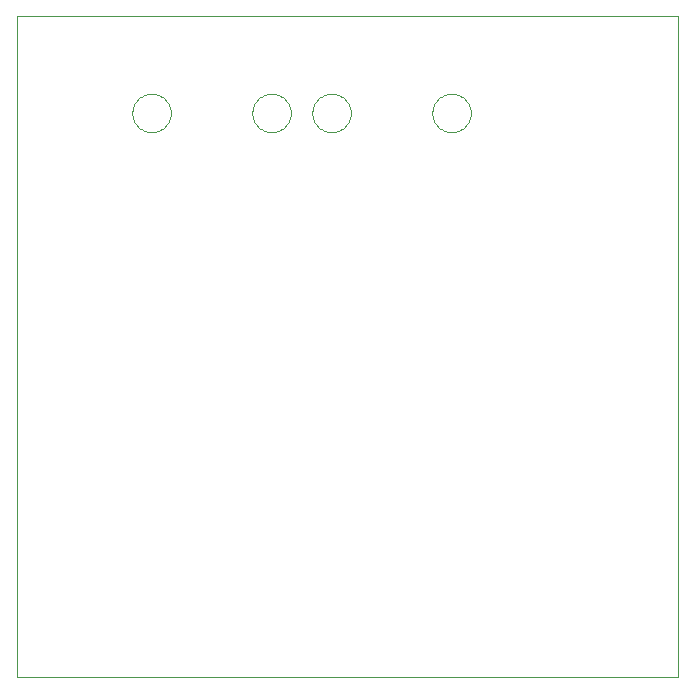
<source format=gbr>
G75*
G70*
%OFA0B0*%
%FSLAX24Y24*%
%IPPOS*%
%LPD*%
%AMOC8*
5,1,8,0,0,1.08239X$1,22.5*
%
%ADD10C,0.0000*%
D10*
X000150Y022272D02*
X000150Y000225D01*
X022197Y000225D01*
X022197Y022272D01*
X000150Y022272D01*
X008010Y019040D02*
X008012Y019090D01*
X008018Y019140D01*
X008028Y019189D01*
X008041Y019238D01*
X008059Y019285D01*
X008080Y019331D01*
X008104Y019374D01*
X008132Y019416D01*
X008163Y019456D01*
X008197Y019493D01*
X008234Y019527D01*
X008274Y019558D01*
X008316Y019586D01*
X008359Y019610D01*
X008405Y019631D01*
X008452Y019649D01*
X008501Y019662D01*
X008550Y019672D01*
X008600Y019678D01*
X008650Y019680D01*
X008700Y019678D01*
X008750Y019672D01*
X008799Y019662D01*
X008848Y019649D01*
X008895Y019631D01*
X008941Y019610D01*
X008984Y019586D01*
X009026Y019558D01*
X009066Y019527D01*
X009103Y019493D01*
X009137Y019456D01*
X009168Y019416D01*
X009196Y019374D01*
X009220Y019331D01*
X009241Y019285D01*
X009259Y019238D01*
X009272Y019189D01*
X009282Y019140D01*
X009288Y019090D01*
X009290Y019040D01*
X009288Y018990D01*
X009282Y018940D01*
X009272Y018891D01*
X009259Y018842D01*
X009241Y018795D01*
X009220Y018749D01*
X009196Y018706D01*
X009168Y018664D01*
X009137Y018624D01*
X009103Y018587D01*
X009066Y018553D01*
X009026Y018522D01*
X008984Y018494D01*
X008941Y018470D01*
X008895Y018449D01*
X008848Y018431D01*
X008799Y018418D01*
X008750Y018408D01*
X008700Y018402D01*
X008650Y018400D01*
X008600Y018402D01*
X008550Y018408D01*
X008501Y018418D01*
X008452Y018431D01*
X008405Y018449D01*
X008359Y018470D01*
X008316Y018494D01*
X008274Y018522D01*
X008234Y018553D01*
X008197Y018587D01*
X008163Y018624D01*
X008132Y018664D01*
X008104Y018706D01*
X008080Y018749D01*
X008059Y018795D01*
X008041Y018842D01*
X008028Y018891D01*
X008018Y018940D01*
X008012Y018990D01*
X008010Y019040D01*
X004010Y019040D02*
X004012Y019090D01*
X004018Y019140D01*
X004028Y019189D01*
X004041Y019238D01*
X004059Y019285D01*
X004080Y019331D01*
X004104Y019374D01*
X004132Y019416D01*
X004163Y019456D01*
X004197Y019493D01*
X004234Y019527D01*
X004274Y019558D01*
X004316Y019586D01*
X004359Y019610D01*
X004405Y019631D01*
X004452Y019649D01*
X004501Y019662D01*
X004550Y019672D01*
X004600Y019678D01*
X004650Y019680D01*
X004700Y019678D01*
X004750Y019672D01*
X004799Y019662D01*
X004848Y019649D01*
X004895Y019631D01*
X004941Y019610D01*
X004984Y019586D01*
X005026Y019558D01*
X005066Y019527D01*
X005103Y019493D01*
X005137Y019456D01*
X005168Y019416D01*
X005196Y019374D01*
X005220Y019331D01*
X005241Y019285D01*
X005259Y019238D01*
X005272Y019189D01*
X005282Y019140D01*
X005288Y019090D01*
X005290Y019040D01*
X005288Y018990D01*
X005282Y018940D01*
X005272Y018891D01*
X005259Y018842D01*
X005241Y018795D01*
X005220Y018749D01*
X005196Y018706D01*
X005168Y018664D01*
X005137Y018624D01*
X005103Y018587D01*
X005066Y018553D01*
X005026Y018522D01*
X004984Y018494D01*
X004941Y018470D01*
X004895Y018449D01*
X004848Y018431D01*
X004799Y018418D01*
X004750Y018408D01*
X004700Y018402D01*
X004650Y018400D01*
X004600Y018402D01*
X004550Y018408D01*
X004501Y018418D01*
X004452Y018431D01*
X004405Y018449D01*
X004359Y018470D01*
X004316Y018494D01*
X004274Y018522D01*
X004234Y018553D01*
X004197Y018587D01*
X004163Y018624D01*
X004132Y018664D01*
X004104Y018706D01*
X004080Y018749D01*
X004059Y018795D01*
X004041Y018842D01*
X004028Y018891D01*
X004018Y018940D01*
X004012Y018990D01*
X004010Y019040D01*
X014010Y019040D02*
X014012Y019090D01*
X014018Y019140D01*
X014028Y019189D01*
X014041Y019238D01*
X014059Y019285D01*
X014080Y019331D01*
X014104Y019374D01*
X014132Y019416D01*
X014163Y019456D01*
X014197Y019493D01*
X014234Y019527D01*
X014274Y019558D01*
X014316Y019586D01*
X014359Y019610D01*
X014405Y019631D01*
X014452Y019649D01*
X014501Y019662D01*
X014550Y019672D01*
X014600Y019678D01*
X014650Y019680D01*
X014700Y019678D01*
X014750Y019672D01*
X014799Y019662D01*
X014848Y019649D01*
X014895Y019631D01*
X014941Y019610D01*
X014984Y019586D01*
X015026Y019558D01*
X015066Y019527D01*
X015103Y019493D01*
X015137Y019456D01*
X015168Y019416D01*
X015196Y019374D01*
X015220Y019331D01*
X015241Y019285D01*
X015259Y019238D01*
X015272Y019189D01*
X015282Y019140D01*
X015288Y019090D01*
X015290Y019040D01*
X015288Y018990D01*
X015282Y018940D01*
X015272Y018891D01*
X015259Y018842D01*
X015241Y018795D01*
X015220Y018749D01*
X015196Y018706D01*
X015168Y018664D01*
X015137Y018624D01*
X015103Y018587D01*
X015066Y018553D01*
X015026Y018522D01*
X014984Y018494D01*
X014941Y018470D01*
X014895Y018449D01*
X014848Y018431D01*
X014799Y018418D01*
X014750Y018408D01*
X014700Y018402D01*
X014650Y018400D01*
X014600Y018402D01*
X014550Y018408D01*
X014501Y018418D01*
X014452Y018431D01*
X014405Y018449D01*
X014359Y018470D01*
X014316Y018494D01*
X014274Y018522D01*
X014234Y018553D01*
X014197Y018587D01*
X014163Y018624D01*
X014132Y018664D01*
X014104Y018706D01*
X014080Y018749D01*
X014059Y018795D01*
X014041Y018842D01*
X014028Y018891D01*
X014018Y018940D01*
X014012Y018990D01*
X014010Y019040D01*
X010010Y019040D02*
X010012Y019090D01*
X010018Y019140D01*
X010028Y019189D01*
X010041Y019238D01*
X010059Y019285D01*
X010080Y019331D01*
X010104Y019374D01*
X010132Y019416D01*
X010163Y019456D01*
X010197Y019493D01*
X010234Y019527D01*
X010274Y019558D01*
X010316Y019586D01*
X010359Y019610D01*
X010405Y019631D01*
X010452Y019649D01*
X010501Y019662D01*
X010550Y019672D01*
X010600Y019678D01*
X010650Y019680D01*
X010700Y019678D01*
X010750Y019672D01*
X010799Y019662D01*
X010848Y019649D01*
X010895Y019631D01*
X010941Y019610D01*
X010984Y019586D01*
X011026Y019558D01*
X011066Y019527D01*
X011103Y019493D01*
X011137Y019456D01*
X011168Y019416D01*
X011196Y019374D01*
X011220Y019331D01*
X011241Y019285D01*
X011259Y019238D01*
X011272Y019189D01*
X011282Y019140D01*
X011288Y019090D01*
X011290Y019040D01*
X011288Y018990D01*
X011282Y018940D01*
X011272Y018891D01*
X011259Y018842D01*
X011241Y018795D01*
X011220Y018749D01*
X011196Y018706D01*
X011168Y018664D01*
X011137Y018624D01*
X011103Y018587D01*
X011066Y018553D01*
X011026Y018522D01*
X010984Y018494D01*
X010941Y018470D01*
X010895Y018449D01*
X010848Y018431D01*
X010799Y018418D01*
X010750Y018408D01*
X010700Y018402D01*
X010650Y018400D01*
X010600Y018402D01*
X010550Y018408D01*
X010501Y018418D01*
X010452Y018431D01*
X010405Y018449D01*
X010359Y018470D01*
X010316Y018494D01*
X010274Y018522D01*
X010234Y018553D01*
X010197Y018587D01*
X010163Y018624D01*
X010132Y018664D01*
X010104Y018706D01*
X010080Y018749D01*
X010059Y018795D01*
X010041Y018842D01*
X010028Y018891D01*
X010018Y018940D01*
X010012Y018990D01*
X010010Y019040D01*
M02*

</source>
